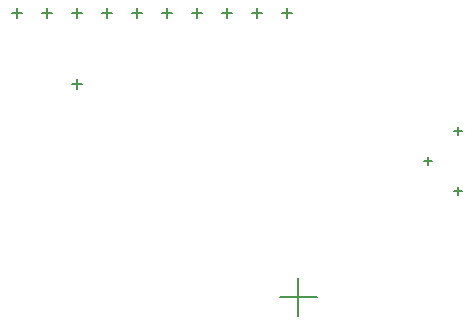
<source format=gbr>
%TF.GenerationSoftware,Altium Limited,Altium Designer,24.0.1 (36)*%
G04 Layer_Color=128*
%FSLAX45Y45*%
%MOMM*%
%TF.SameCoordinates,8AA56912-9505-4270-891B-A046144FA8B4*%
%TF.FilePolarity,Positive*%
%TF.FileFunction,Drillmap*%
%TF.Part,Single*%
G01*
G75*
%TA.AperFunction,NonConductor*%
%ADD40C,0.12700*%
D40*
X10242500Y6350000D02*
X10557500D01*
X10400000Y6192500D02*
Y6507500D01*
X10263500Y8750000D02*
X10348500D01*
X10306000Y8707500D02*
Y8792500D01*
X10009500Y8750000D02*
X10094500D01*
X10052000Y8707500D02*
Y8792500D01*
X8739500Y8750000D02*
X8824500D01*
X8782000Y8707500D02*
Y8792500D01*
X8485500Y8750000D02*
X8570500D01*
X8528000Y8707500D02*
Y8792500D01*
X8231500Y8750000D02*
X8316500D01*
X8274000Y8707500D02*
Y8792500D01*
X7977500Y8750000D02*
X8062500D01*
X8020000Y8707500D02*
Y8792500D01*
X8993500Y8750000D02*
X9078500D01*
X9036000Y8707500D02*
Y8792500D01*
X9247500Y8750000D02*
X9332500D01*
X9290000Y8707500D02*
Y8792500D01*
X9501500Y8750000D02*
X9586500D01*
X9544000Y8707500D02*
Y8792500D01*
X9755500Y8750000D02*
X9840500D01*
X9798000Y8707500D02*
Y8792500D01*
X11465000Y7500000D02*
X11535000D01*
X11500000Y7465000D02*
Y7535000D01*
X11719000Y7246000D02*
X11789000D01*
X11754000Y7211000D02*
Y7281000D01*
X11719000Y7754000D02*
X11789000D01*
X11754000Y7719000D02*
Y7789000D01*
X8485500Y8150000D02*
X8570500D01*
X8528000Y8107500D02*
Y8192500D01*
%TF.MD5,c5cf7a666018528da879556e02f9fbfe*%
M02*

</source>
